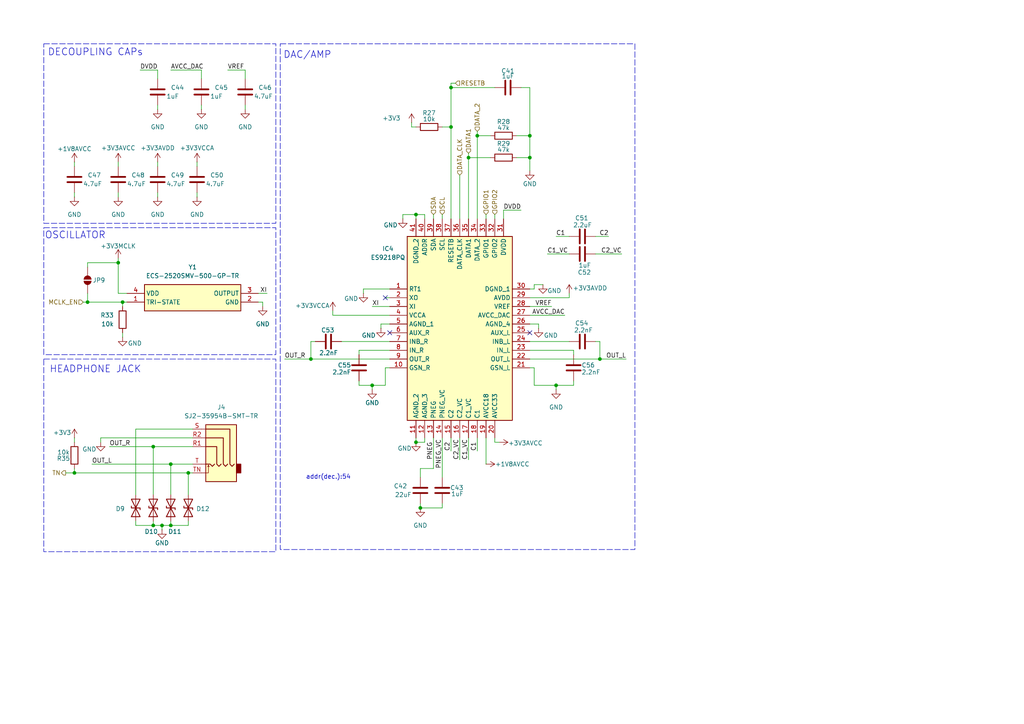
<source format=kicad_sch>
(kicad_sch (version 20250114) (generator "eeschema") (generator_version "9.0")
  (paper "A4")
  (title_block (title "AUDIO"))
  (lib_symbols
    (symbol "Connector_Audio:AudioJack4_SwitchT1"
      (property "Reference" "J" (at 0 11.43 0))
      (property "Value" "AudioJack4_SwitchT1" (at 0 8.89 0))
      (symbol "AudioJack4_SwitchT1_0_1"
        (rectangle (start -7.62 -5.08) (end -8.89 -7.62) (stroke (width 0.254)) (fill (type outline)))
        (rectangle (start 1.27 6.35) (end -7.62 -10.16) (stroke (width 0.254)) (fill (type background)))
        (polyline (pts (xy 1.27 2.54) (xy 2.54 2.54)))
        (polyline (pts (xy 1.27 -5.08) (xy 2.54 -5.08)))
        (polyline (pts (xy 2.54 5.08) (xy 1.27 5.08)))
        (polyline (pts (xy 2.54 0) (xy 1.27 0)))
      )
      (symbol "AudioJack4_SwitchT1_1_1"
        (polyline (pts (xy -3.175 -5.08) (xy -2.54 -5.715) (xy -1.905 -5.08) (xy -1.905 0) (xy 1.27 0)) (stroke (width 0.254)))
        (polyline (pts (xy -1.27 -5.08) (xy -0.635 -5.715) (xy 0 -5.08) (xy 1.27 -5.08)) (stroke (width 0.254)))
        (polyline (pts (xy 0.508 -5.334) (xy 0.762 -5.842)))
        (polyline (pts (xy 1.27 5.08) (xy -5.715 5.08) (xy -5.715 -5.08) (xy -6.35 -5.715) (xy -6.985 -5.08)) (stroke (width 0.254)))
        (polyline (pts (xy 1.27 2.54) (xy -3.81 2.54) (xy -3.81 -5.08) (xy -4.445 -5.715) (xy -5.08 -5.08)) (stroke (width 0.254)))
        (polyline (pts (xy 2.54 -7.62) (xy 0.508 -7.62) (xy 0.508 -5.334) (xy 0.254 -5.842)))
        (pin passive line (at 5.08 5.08 180) (length 2.54) (name "~") (number "S"))
        (pin passive line (at 5.08 2.54 180) (length 2.54) (name "~") (number "R2"))
        (pin passive line (at 5.08 0 180) (length 2.54) (name "~") (number "R1"))
        (pin passive line (at 5.08 -5.08 180) (length 2.54) (name "~") (number "T"))
        (pin passive line (at 5.08 -7.62 180) (length 2.54) (name "~") (number "TN"))
      )
    )
    (symbol "Device:C" (pin_numbers (hide yes)) (pin_names (offset 0.254))
      (property "Reference" "C" (at 0.635 2.54 0))
      (property "Value" "C" (at 0.635 -2.54 0))
      (symbol "C_0_1"
        (polyline (pts (xy -2.032 0.762) (xy 2.032 0.762)) (stroke (width 0.508)))
        (polyline (pts (xy -2.032 -0.762) (xy 2.032 -0.762)) (stroke (width 0.508)))
      )
      (symbol "C_1_1"
        (pin passive line (at 0 3.81 270) (length 2.794) (name "~") (number "1"))
        (pin passive line (at 0 -3.81 90) (length 2.794) (name "~") (number "2"))
      )
    )
    (symbol "Device:D_TVS" (pin_numbers (hide yes)) (pin_names (offset 1.016) (hide yes))
      (property "Reference" "D" (at 0 2.54 0))
      (property "Value" "D_TVS" (at 0 -2.54 0))
      (symbol "D_TVS_0_1"
        (polyline (pts (xy -2.54 1.27) (xy -2.54 -1.27) (xy 2.54 1.27) (xy 2.54 -1.27) (xy -2.54 1.27)) (stroke (width 0.254)))
        (polyline (pts (xy 0.508 1.27) (xy 0 1.27) (xy 0 -1.27) (xy -0.508 -1.27)) (stroke (width 0.254)))
        (polyline (pts (xy 1.27 0) (xy -1.27 0)))
      )
      (symbol "D_TVS_1_1"
        (pin passive line (at -3.81 0 0) (length 2.54) (name "A1") (number "1"))
        (pin passive line (at 3.81 0 180) (length 2.54) (name "A2") (number "2"))
      )
    )
    (symbol "Device:R" (pin_numbers (hide yes)) (pin_names (offset 0))
      (property "Reference" "R" (at 2.032 0 90))
      (property "Value" "R" (at 0 0 90))
      (symbol "R_0_1"
        (rectangle (start -1.016 -2.54) (end 1.016 2.54) (stroke (width 0.254)))
      )
      (symbol "R_1_1"
        (pin passive line (at 0 3.81 270) (length 1.27) (name "~") (number "1"))
        (pin passive line (at 0 -3.81 90) (length 1.27) (name "~") (number "2"))
      )
    )
    (symbol "ECS-2520SMV-500-GP-TR:ECS-2520SMV-500-GP-TR"
      (property "Reference" "Y" (at 34.29 7.62 0))
      (property "Value" "ECS-2520SMV-500-GP-TR" (at 34.29 5.08 0))
      (symbol "ECS-2520SMV-500-GP-TR_1_1"
        (rectangle (start 5.08 2.54) (end 33.02 -5.08) (stroke (width 0.254)) (fill (type background)))
        (pin passive line (at 0 0 0) (length 5.08) (name "VDD") (number "4"))
        (pin passive line (at 0 -2.54 0) (length 5.08) (name "TRI-STATE") (number "1"))
        (pin passive line (at 38.1 0 180) (length 5.08) (name "OUTPUT") (number "3"))
        (pin passive line (at 38.1 -2.54 180) (length 5.08) (name "GND") (number "2"))
      )
    )
    (symbol "ES9218PQ:ES9218PQ"
      (property "Reference" "IC" (at 36.83 20.32 0))
      (property "Value" "ES9218PQ" (at 36.83 17.78 0))
      (symbol "ES9218PQ_1_1"
        (rectangle (start 5.08 15.24) (end 35.56 -38.1) (stroke (width 0.254)) (fill (type background)))
        (pin passive line (at 0 0 0) (length 5.08) (name "RT1") (number "1"))
        (pin passive line (at 0 -2.54 0) (length 5.08) (name "XO") (number "2"))
        (pin passive line (at 0 -5.08 0) (length 5.08) (name "XI") (number "3"))
        (pin passive line (at 0 -7.62 0) (length 5.08) (name "VCCA") (number "4"))
        (pin passive line (at 0 -10.16 0) (length 5.08) (name "AGND_1") (number "5"))
        (pin passive line (at 0 -12.7 0) (length 5.08) (name "AUX_R") (number "6"))
        (pin passive line (at 0 -15.24 0) (length 5.08) (name "INB_R") (number "7"))
        (pin passive line (at 0 -17.78 0) (length 5.08) (name "IN_R") (number "8"))
        (pin passive line (at 0 -20.32 0) (length 5.08) (name "OUT_R") (number "9"))
        (pin passive line (at 0 -22.86 0) (length 5.08) (name "GSN_R") (number "10"))
        (pin passive line (at 7.62 20.32 270) (length 5.08) (name "DGND_2") (number "41"))
        (pin passive line (at 7.62 -43.18 90) (length 5.08) (name "AGND_2") (number "11"))
        (pin passive line (at 10.16 20.32 270) (length 5.08) (name "ADDR") (number "40"))
        (pin passive line (at 10.16 -43.18 90) (length 5.08) (name "AGND_3") (number "12"))
        (pin passive line (at 12.7 20.32 270) (length 5.08) (name "SDA") (number "39"))
        (pin passive line (at 12.7 -43.18 90) (length 5.08) (name "PNEG") (number "13"))
        (pin passive line (at 15.24 20.32 270) (length 5.08) (name "SCL") (number "38"))
        (pin passive line (at 15.24 -43.18 90) (length 5.08) (name "PNEG_VC") (number "14"))
        (pin passive line (at 17.78 20.32 270) (length 5.08) (name "RESETB") (number "37"))
        (pin passive line (at 17.78 -43.18 90) (length 5.08) (name "C2") (number "15"))
        (pin passive line (at 20.32 20.32 270) (length 5.08) (name "DATA_CLK") (number "36"))
        (pin passive line (at 20.32 -43.18 90) (length 5.08) (name "C2_VC") (number "16"))
        (pin passive line (at 22.86 20.32 270) (length 5.08) (name "DATA1") (number "35"))
        (pin passive line (at 22.86 -43.18 90) (length 5.08) (name "C1_VC") (number "17"))
        (pin passive line (at 25.4 20.32 270) (length 5.08) (name "DATA_2") (number "34"))
        (pin passive line (at 25.4 -43.18 90) (length 5.08) (name "C1") (number "18"))
        (pin passive line (at 27.94 20.32 270) (length 5.08) (name "GPIO1") (number "33"))
        (pin passive line (at 27.94 -43.18 90) (length 5.08) (name "AVCC18") (number "19"))
        (pin passive line (at 30.48 20.32 270) (length 5.08) (name "GPIO2") (number "32"))
        (pin passive line (at 30.48 -43.18 90) (length 5.08) (name "AVCC33") (number "20"))
        (pin passive line (at 33.02 20.32 270) (length 5.08) (name "DVDD") (number "31"))
        (pin passive line (at 40.64 0 180) (length 5.08) (name "DGND_1") (number "30"))
        (pin passive line (at 40.64 -2.54 180) (length 5.08) (name "AVDD") (number "29"))
        (pin passive line (at 40.64 -5.08 180) (length 5.08) (name "VREF") (number "28"))
        (pin passive line (at 40.64 -7.62 180) (length 5.08) (name "AVCC_DAC") (number "27"))
        (pin passive line (at 40.64 -10.16 180) (length 5.08) (name "AGND_4") (number "26"))
        (pin passive line (at 40.64 -12.7 180) (length 5.08) (name "AUX_L") (number "25"))
        (pin passive line (at 40.64 -15.24 180) (length 5.08) (name "INB_L") (number "24"))
        (pin passive line (at 40.64 -17.78 180) (length 5.08) (name "IN_L") (number "23"))
        (pin passive line (at 40.64 -20.32 180) (length 5.08) (name "OUT_L") (number "22"))
        (pin passive line (at 40.64 -22.86 180) (length 5.08) (name "GSN_L") (number "21"))
      )
    )
    (symbol "Jumper:SolderJumper_2_Open" (pin_numbers (hide yes)) (pin_names (offset 0) (hide yes)) (in_bom no)
      (property "Reference" "JP" (at 0 2.032 0))
      (property "Value" "SolderJumper_2_Open" (at 0 -2.54 0))
      (symbol "SolderJumper_2_Open_0_1"
        (polyline (pts (xy -0.254 1.016) (xy -0.254 -1.016)))
        (arc (start -0.254 -1.016) (mid -1.2656 0) (end -0.254 1.016))
        (arc (start -0.254 -1.016) (mid -1.2656 0) (end -0.254 1.016) (fill (type outline)))
        (arc (start 0.254 1.016) (mid 1.2656 0) (end 0.254 -1.016))
        (arc (start 0.254 1.016) (mid 1.2656 0) (end 0.254 -1.016) (fill (type outline)))
        (polyline (pts (xy 0.254 1.016) (xy 0.254 -1.016)))
      )
      (symbol "SolderJumper_2_Open_1_1"
        (pin passive line (at -3.81 0 0) (length 2.54) (name "A") (number "1"))
        (pin passive line (at 3.81 0 180) (length 2.54) (name "B") (number "2"))
      )
    )
    (symbol "power:+1V8" (power) (pin_numbers (hide yes)) (pin_names (offset 0) (hide yes))
      (property "Value" "+1V8" (at 0 3.556 0))
      (symbol "+1V8_0_1"
        (polyline (pts (xy -0.762 1.27) (xy 0 2.54)))
        (polyline (pts (xy 0 2.54) (xy 0.762 1.27)))
        (polyline (pts (xy 0 0) (xy 0 2.54)))
      )
      (symbol "+1V8_1_1"
        (pin power_in line (at 0 0 90) (length 0) (name "~") (number "1"))
      )
    )
    (symbol "power:+3V3" (power) (pin_numbers (hide yes)) (pin_names (offset 0) (hide yes))
      (property "Value" "+3V3" (at 0 3.556 0))
      (symbol "+3V3_0_1"
        (polyline (pts (xy -0.762 1.27) (xy 0 2.54)))
        (polyline (pts (xy 0 2.54) (xy 0.762 1.27)))
        (polyline (pts (xy 0 0) (xy 0 2.54)))
      )
      (symbol "+3V3_1_1"
        (pin power_in line (at 0 0 90) (length 0) (name "~") (number "1"))
      )
    )
    (symbol "power:GND" (power) (pin_numbers (hide yes)) (pin_names (offset 0) (hide yes))
      (property "Value" "GND" (at 0 -3.81 0))
      (symbol "GND_0_1"
        (polyline (pts (xy 0 0) (xy 0 -1.27) (xy 1.27 -1.27) (xy 0 -2.54) (xy -1.27 -1.27) (xy 0 -1.27)))
      )
      (symbol "GND_1_1"
        (pin power_in line (at 0 0 270) (length 0) (name "~") (number "1"))
      )
    )
  )
  (rectangle (start 12.7 12.7) (end 80.01 64.77) (stroke (width 0) (type dash)))
  (rectangle (start 12.7 104.14) (end 80.01 160.02) (stroke (width 0) (type dash)))
  (rectangle (start 12.7 66.04) (end 80.01 102.87) (stroke (width 0) (type dash)))
  (rectangle (start 81.28 12.7) (end 184.15 159.385) (stroke (width 0) (type dash)))
  (text "DAC/AMP" (at 89.154 16.002 0) (effects (font (size 2 2))))
  (text "OSCILLATOR" (at 21.844 68.326 0) (effects (font (size 2 2))))
  (text "addr(dec.):54" (at 95.25 138.43 0) (effects (font (size 1.27 1.27))))
  (text "HEADPHONE JACK" (at 27.686 107.188 0) (effects (font (size 2 2))))
  (text "DECOUPLING CAPs" (at 27.686 15.24 0) (effects (font (size 2 2))))
  (junction (at 90.17 104.14))
  (junction (at 135.89 45.72))
  (junction (at 44.45 129.54))
  (junction (at 46.99 152.4))
  (junction (at 130.81 36.83))
  (junction (at 173.99 104.14))
  (junction (at 107.95 111.76))
  (junction (at 25.4 87.63))
  (junction (at 35.56 87.63))
  (junction (at 120.65 62.23))
  (junction (at 121.92 147.32))
  (junction (at 153.67 39.37))
  (junction (at 54.61 137.16))
  (junction (at 153.67 45.72))
  (junction (at 138.43 39.37))
  (junction (at 49.53 152.4))
  (junction (at 161.29 111.76))
  (junction (at 120.65 128.27))
  (junction (at 21.59 137.16))
  (junction (at 34.29 76.2))
  (junction (at 49.53 134.62))
  (junction (at 130.81 25.4))
  (junction (at 44.45 152.4))
  (no_connect (at 111.76 86.36))
  (no_connect (at 113.03 96.52))
  (no_connect (at 153.67 96.52))
  (wire (pts (xy 66.04 20.32) (xy 71.12 20.32)))
  (wire (pts (xy 45.72 20.32) (xy 45.72 22.86)))
  (wire (pts (xy 29.21 127) (xy 55.88 127)))
  (wire (pts (xy 44.45 129.54) (xy 44.45 143.51)))
  (wire (pts (xy 165.1 85.09) (xy 165.1 86.36)))
  (wire (pts (xy 153.67 106.68) (xy 154.94 106.68)))
  (wire (pts (xy 151.13 25.4) (xy 153.67 25.4)))
  (wire (pts (xy 71.12 20.32) (xy 71.12 22.86)))
  (wire (pts (xy 151.13 60.96) (xy 146.05 60.96)))
  (wire (pts (xy 49.53 134.62) (xy 55.88 134.62)))
  (wire (pts (xy 25.4 87.63) (xy 35.56 87.63)))
  (wire (pts (xy 130.81 36.83) (xy 130.81 63.5)))
  (wire (pts (xy 39.37 124.46) (xy 39.37 143.51)))
  (wire (pts (xy 161.29 68.58) (xy 165.1 68.58)))
  (wire (pts (xy 49.53 151.13) (xy 49.53 152.4)))
  (wire (pts (xy 104.14 102.87) (xy 104.14 101.6)))
  (wire (pts (xy 45.72 46.99) (xy 45.72 48.26)))
  (wire (pts (xy 121.92 146.05) (xy 121.92 147.32)))
  (wire (pts (xy 57.15 55.88) (xy 57.15 57.15)))
  (wire (pts (xy 133.35 50.8) (xy 133.35 63.5)))
  (wire (pts (xy 143.51 62.23) (xy 143.51 63.5)))
  (wire (pts (xy 111.76 106.68) (xy 113.03 106.68)))
  (wire (pts (xy 25.4 76.2) (xy 34.29 76.2)))
  (wire (pts (xy 143.51 25.4) (xy 130.81 25.4)))
  (wire (pts (xy 19.05 137.16) (xy 21.59 137.16)))
  (wire (pts (xy 135.89 133.35) (xy 135.89 127)))
  (wire (pts (xy 119.38 36.83) (xy 120.65 36.83)))
  (wire (pts (xy 21.59 46.99) (xy 21.59 48.26)))
  (wire (pts (xy 111.76 106.68) (xy 111.76 111.76)))
  (wire (pts (xy 116.84 62.23) (xy 116.84 63.5)))
  (wire (pts (xy 120.65 128.27) (xy 123.19 128.27)))
  (wire (pts (xy 156.21 93.98) (xy 153.67 93.98)))
  (wire (pts (xy 153.67 45.72) (xy 153.67 49.53)))
  (wire (pts (xy 26.67 134.62) (xy 49.53 134.62)))
  (wire (pts (xy 146.05 60.96) (xy 146.05 63.5)))
  (wire (pts (xy 154.94 83.82) (xy 153.67 83.82)))
  (wire (pts (xy 166.37 110.49) (xy 166.37 111.76)))
  (wire (pts (xy 77.47 85.09) (xy 74.93 85.09)))
  (wire (pts (xy 111.76 86.36) (xy 113.03 86.36)))
  (wire (pts (xy 120.65 127) (xy 120.65 128.27)))
  (wire (pts (xy 34.29 74.93) (xy 34.29 76.2)))
  (wire (pts (xy 39.37 124.46) (xy 55.88 124.46)))
  (wire (pts (xy 105.41 85.09) (xy 105.41 83.82)))
  (wire (pts (xy 163.83 91.44) (xy 153.67 91.44)))
  (wire (pts (xy 82.55 104.14) (xy 90.17 104.14)))
  (wire (pts (xy 21.59 127) (xy 21.59 128.27)))
  (wire (pts (xy 135.89 45.72) (xy 142.24 45.72)))
  (wire (pts (xy 161.29 111.76) (xy 154.94 111.76)))
  (wire (pts (xy 123.19 127) (xy 123.19 128.27)))
  (wire (pts (xy 172.72 68.58) (xy 176.53 68.58)))
  (wire (pts (xy 21.59 135.89) (xy 21.59 137.16)))
  (wire (pts (xy 104.14 111.76) (xy 107.95 111.76)))
  (wire (pts (xy 76.2 88.9) (xy 76.2 87.63)))
  (wire (pts (xy 133.35 133.35) (xy 133.35 127)))
  (wire (pts (xy 123.19 62.23) (xy 120.65 62.23)))
  (wire (pts (xy 21.59 57.15) (xy 21.59 55.88)))
  (wire (pts (xy 45.72 30.48) (xy 45.72 31.75)))
  (wire (pts (xy 44.45 129.54) (xy 55.88 129.54)))
  (wire (pts (xy 44.45 151.13) (xy 44.45 152.4)))
  (wire (pts (xy 25.4 85.09) (xy 25.4 87.63)))
  (wire (pts (xy 49.53 134.62) (xy 49.53 143.51)))
  (wire (pts (xy 39.37 151.13) (xy 39.37 152.4)))
  (wire (pts (xy 71.12 31.75) (xy 71.12 30.48)))
  (wire (pts (xy 121.92 135.89) (xy 121.92 138.43)))
  (wire (pts (xy 120.65 62.23) (xy 120.65 63.5)))
  (wire (pts (xy 76.2 87.63) (xy 74.93 87.63)))
  (wire (pts (xy 104.14 101.6) (xy 113.03 101.6)))
  (wire (pts (xy 90.17 104.14) (xy 113.03 104.14)))
  (wire (pts (xy 130.81 25.4) (xy 130.81 36.83)))
  (wire (pts (xy 121.92 135.89) (xy 125.73 135.89)))
  (wire (pts (xy 138.43 39.37) (xy 142.24 39.37)))
  (wire (pts (xy 125.73 62.23) (xy 125.73 63.5)))
  (wire (pts (xy 54.61 152.4) (xy 54.61 151.13)))
  (wire (pts (xy 130.81 24.13) (xy 132.08 24.13)))
  (wire (pts (xy 166.37 111.76) (xy 161.29 111.76)))
  (wire (pts (xy 156.21 95.25) (xy 156.21 93.98)))
  (wire (pts (xy 154.94 106.68) (xy 154.94 111.76)))
  (wire (pts (xy 158.75 73.66) (xy 165.1 73.66)))
  (wire (pts (xy 58.42 20.32) (xy 58.42 22.86)))
  (wire (pts (xy 125.73 135.89) (xy 125.73 127)))
  (wire (pts (xy 135.89 45.72) (xy 135.89 63.5)))
  (wire (pts (xy 34.29 57.15) (xy 34.29 55.88)))
  (wire (pts (xy 49.53 20.32) (xy 58.42 20.32)))
  (wire (pts (xy 130.81 130.81) (xy 130.81 127)))
  (wire (pts (xy 128.27 127) (xy 128.27 138.43)))
  (wire (pts (xy 161.29 111.76) (xy 161.29 113.03)))
  (wire (pts (xy 21.59 137.16) (xy 54.61 137.16)))
  (wire (pts (xy 128.27 146.05) (xy 128.27 147.32)))
  (wire (pts (xy 154.94 82.55) (xy 157.48 82.55)))
  (wire (pts (xy 120.65 62.23) (xy 116.84 62.23)))
  (wire (pts (xy 96.52 90.17) (xy 96.52 91.44)))
  (wire (pts (xy 143.51 128.27) (xy 144.78 128.27)))
  (wire (pts (xy 119.38 36.83) (xy 119.38 35.56)))
  (wire (pts (xy 34.29 46.99) (xy 34.29 48.26)))
  (wire (pts (xy 58.42 30.48) (xy 58.42 31.75)))
  (wire (pts (xy 29.21 128.27) (xy 29.21 127)))
  (wire (pts (xy 35.56 97.79) (xy 35.56 96.52)))
  (wire (pts (xy 173.99 104.14) (xy 173.99 99.06)))
  (wire (pts (xy 49.53 152.4) (xy 54.61 152.4)))
  (wire (pts (xy 173.99 104.14) (xy 181.61 104.14)))
  (wire (pts (xy 140.97 62.23) (xy 140.97 63.5)))
  (wire (pts (xy 35.56 87.63) (xy 36.83 87.63)))
  (wire (pts (xy 91.44 99.06) (xy 90.17 99.06)))
  (wire (pts (xy 107.95 111.76) (xy 107.95 113.03)))
  (wire (pts (xy 166.37 101.6) (xy 166.37 102.87)))
  (wire (pts (xy 153.67 25.4) (xy 153.67 39.37)))
  (wire (pts (xy 110.49 95.25) (xy 110.49 93.98)))
  (wire (pts (xy 25.4 77.47) (xy 25.4 76.2)))
  (wire (pts (xy 57.15 46.99) (xy 57.15 48.26)))
  (wire (pts (xy 35.56 88.9) (xy 35.56 87.63)))
  (wire (pts (xy 110.49 93.98) (xy 113.03 93.98)))
  (wire (pts (xy 160.02 88.9) (xy 153.67 88.9)))
  (wire (pts (xy 46.99 152.4) (xy 49.53 152.4)))
  (wire (pts (xy 99.06 99.06) (xy 113.03 99.06)))
  (wire (pts (xy 135.89 44.45) (xy 135.89 45.72)))
  (wire (pts (xy 24.13 87.63) (xy 25.4 87.63)))
  (wire (pts (xy 173.99 99.06) (xy 172.72 99.06)))
  (wire (pts (xy 143.51 128.27) (xy 143.51 127)))
  (wire (pts (xy 39.37 152.4) (xy 44.45 152.4)))
  (wire (pts (xy 90.17 99.06) (xy 90.17 104.14)))
  (wire (pts (xy 31.75 129.54) (xy 44.45 129.54)))
  (wire (pts (xy 140.97 134.62) (xy 140.97 127)))
  (wire (pts (xy 153.67 45.72) (xy 153.67 39.37)))
  (wire (pts (xy 138.43 39.37) (xy 138.43 63.5)))
  (wire (pts (xy 34.29 76.2) (xy 34.29 85.09)))
  (wire (pts (xy 46.99 153.67) (xy 46.99 152.4)))
  (wire (pts (xy 128.27 147.32) (xy 121.92 147.32)))
  (wire (pts (xy 149.86 45.72) (xy 153.67 45.72)))
  (wire (pts (xy 165.1 86.36) (xy 153.67 86.36)))
  (wire (pts (xy 128.27 36.83) (xy 130.81 36.83)))
  (wire (pts (xy 34.29 85.09) (xy 36.83 85.09)))
  (wire (pts (xy 138.43 38.1) (xy 138.43 39.37)))
  (wire (pts (xy 44.45 152.4) (xy 46.99 152.4)))
  (wire (pts (xy 153.67 99.06) (xy 165.1 99.06)))
  (wire (pts (xy 153.67 39.37) (xy 149.86 39.37)))
  (wire (pts (xy 54.61 137.16) (xy 55.88 137.16)))
  (wire (pts (xy 153.67 104.14) (xy 173.99 104.14)))
  (wire (pts (xy 154.94 82.55) (xy 154.94 83.82)))
  (wire (pts (xy 54.61 137.16) (xy 54.61 143.51)))
  (wire (pts (xy 96.52 91.44) (xy 113.03 91.44)))
  (wire (pts (xy 104.14 110.49) (xy 104.14 111.76)))
  (wire (pts (xy 153.67 101.6) (xy 166.37 101.6)))
  (wire (pts (xy 107.95 88.9) (xy 113.03 88.9)))
  (wire (pts (xy 138.43 130.81) (xy 138.43 127)))
  (wire (pts (xy 172.72 73.66) (xy 180.34 73.66)))
  (wire (pts (xy 107.95 111.76) (xy 111.76 111.76)))
  (wire (pts (xy 123.19 63.5) (xy 123.19 62.23)))
  (wire (pts (xy 128.27 62.23) (xy 128.27 63.5)))
  (wire (pts (xy 40.64 20.32) (xy 45.72 20.32)))
  (wire (pts (xy 130.81 24.13) (xy 130.81 25.4)))
  (wire (pts (xy 105.41 83.82) (xy 113.03 83.82)))
  (wire (pts (xy 45.72 57.15) (xy 45.72 55.88)))
  (label "C1_VC" (at 135.89 133.35 90))
  (label "OUT_R" (at 82.55 104.14 0))
  (label "PNEG" (at 125.73 133.35 90))
  (label "C2" (at 176.53 68.58 180))
  (label "DVDD" (at 151.13 60.96 180))
  (label "C1_VC" (at 158.75 73.66 0))
  (label "XI" (at 77.47 85.09 180))
  (label "AVCC_DAC" (at 49.53 20.32 0))
  (label "XI" (at 107.95 88.9 0))
  (label "C2_VC" (at 180.34 73.66 180))
  (label "OUT_L" (at 26.67 134.62 0))
  (label "VREF" (at 66.04 20.32 0))
  (label "C2_VC" (at 133.35 133.35 90))
  (label "VREF" (at 160.02 88.9 180))
  (label "OUT_L" (at 181.61 104.14 180))
  (label "OUT_R" (at 31.75 129.54 0))
  (label "C2" (at 130.81 130.81 90))
  (label "AVCC_DAC" (at 163.83 91.44 180))
  (label "C1" (at 138.43 130.81 90))
  (label "C1" (at 161.29 68.58 0))
  (label "PNEG_VC" (at 128.27 135.89 90))
  (label "DVDD" (at 40.64 20.32 0))
  (hierarchical_label "GPIO2" (shape input) (at 143.51 62.23 90))
  (hierarchical_label "SCL" (shape input) (at 128.27 62.23 90))
  (hierarchical_label "DATA1" (shape input) (at 135.89 44.45 90))
  (hierarchical_label "DATA_CLK" (shape input) (at 133.35 50.8 90))
  (hierarchical_label "SDA" (shape input) (at 125.73 62.23 90))
  (hierarchical_label "TN" (shape output) (at 19.05 137.16 180))
  (hierarchical_label "MCLK_EN" (shape input) (at 24.13 87.63 180))
  (hierarchical_label "GPIO1" (shape input) (at 140.97 62.23 90))
  (hierarchical_label "DATA_2" (shape input) (at 138.43 38.1 90))
  (hierarchical_label "RESETB" (shape input) (at 132.08 24.13 0))
  (symbol (lib_id "Device:C") (at 168.91 99.06 90) (unit 1)
    (property "Reference" "C54" (at 170.688 93.726 90) (effects (justify left)))
    (property "Value" "2.2nF" (at 171.958 95.758 90) (effects (justify left)))
    (property "Footprint" "Capacitor_SMD:C_0402_1005Metric" (effects (hide yes)))
    (property "Description" "Unpolarized capacitor" (effects (hide yes)))
    (property "MPN" "CL05B222KB5NNNC" (effects (hide yes)))
  )
  (symbol (lib_id "power:+3V3") (at 57.15 46.99 0) (unit 1)
    (property "Reference" "#PWR078" (effects (hide yes)))
    (property "Value" "+3V3VCCA" (at 57.15 42.926 0))
    (property "Description" "Power symbol creates a global label with name \"+3V3\"" (effects (hide yes)))
  )
  (symbol (lib_id "Jumper:SolderJumper_2_Open") (at 25.4 81.28 90) (mirror x) (unit 1) (in_bom no)
    (property "Reference" "JP9" (at 28.702 81.28 90))
    (property "Value" "SolderJumper_2_Open" (effects (hide yes)))
    (property "Footprint" "Jumper:SolderJumper-2_P1.3mm_Open_RoundedPad1.0x1.5mm" (effects (hide yes)))
    (property "Description" "Solder Jumper, 2-pole, open" (effects (hide yes)))
  )
  (symbol (lib_id "Device:C") (at 104.14 106.68 0) (mirror x) (unit 1)
    (property "Reference" "C55" (at 101.854 105.918 0) (effects (justify right)))
    (property "Value" "2.2nF" (at 101.854 107.95 0) (effects (justify right)))
    (property "Footprint" "Capacitor_SMD:C_0402_1005Metric" (effects (hide yes)))
    (property "Description" "Unpolarized capacitor" (effects (hide yes)))
    (property "MPN" "CL05B222KB5NNNC" (effects (hide yes)))
  )
  (symbol (lib_id "power:GND") (at 45.72 57.15 0) (unit 1)
    (property "Reference" "#PWR082" (effects (hide yes)))
    (property "Value" "GND" (at 45.72 62.23 0))
    (property "Description" "Power symbol creates a global label with name \"GND\" , ground" (effects (hide yes)))
  )
  (symbol (lib_id "Device:R") (at 146.05 39.37 90) (unit 1)
    (property "Reference" "R28" (at 146.05 35.306 90))
    (property "Value" "47k" (at 146.05 37.084 90))
    (property "Footprint" "Resistor_SMD:R_0402_1005Metric" (effects (hide yes)))
    (property "Description" "Resistor" (effects (hide yes)))
    (property "MPN" "RC0402FR-0747KL" (effects (hide yes)))
  )
  (symbol (lib_id "Device:D_TVS") (at 39.37 147.32 90) (unit 1)
    (property "Reference" "D9" (at 33.528 147.574 90) (effects (justify right)))
    (property "Value" "D_TVS" (effects (hide yes)))
    (property "Footprint" "CD0201-T2.0LC:CD0201T20LC" (effects (hide yes)))
    (property "Description" "Bidirectional transient-voltage-suppression diode" (effects (hide yes)))
    (property "MPN" " CD0201-T2.0LC " (effects (hide yes)))
  )
  (symbol (lib_id "Device:C") (at 128.27 142.24 0) (unit 1)
    (property "Reference" "C43" (at 130.556 141.478 0) (effects (justify left)))
    (property "Value" "1uF" (at 130.81 143.256 0) (effects (justify left)))
    (property "Footprint" "Capacitor_SMD:C_0402_1005Metric" (effects (hide yes)))
    (property "Description" "Unpolarized capacitor" (effects (hide yes)))
    (property "MPN" "CL05A105KO5NNNC" (effects (hide yes)))
  )
  (symbol (lib_id "Device:C") (at 45.72 26.67 0) (unit 1)
    (property "Reference" "C44" (at 49.53 25.3999 0) (effects (justify left)))
    (property "Value" "1uF" (at 48.26 27.94 0) (effects (justify left)))
    (property "Footprint" "Capacitor_SMD:C_0402_1005Metric" (effects (hide yes)))
    (property "Description" "Unpolarized capacitor" (effects (hide yes)))
    (property "MPN" "CL05A105KO5NNNC" (effects (hide yes)))
  )
  (symbol (lib_id "Device:C") (at 168.91 73.66 90) (mirror x) (unit 1)
    (property "Reference" "C52" (at 171.45 78.994 90) (effects (justify left)))
    (property "Value" "1uF" (at 171.45 76.962 90) (effects (justify left)))
    (property "Footprint" "Capacitor_SMD:C_0402_1005Metric" (effects (hide yes)))
    (property "Description" "Unpolarized capacitor" (effects (hide yes)))
    (property "MPN" "CL05A105KO5NNNC" (effects (hide yes)))
  )
  (symbol (lib_id "power:GND") (at 71.12 31.75 0) (unit 1)
    (property "Reference" "#PWR073" (effects (hide yes)))
    (property "Value" "GND" (at 71.12 36.83 0))
    (property "Description" "Power symbol creates a global label with name \"GND\" , ground" (effects (hide yes)))
  )
  (symbol (lib_id "Device:C") (at 58.42 26.67 0) (unit 1)
    (property "Reference" "C45" (at 62.23 25.3999 0) (effects (justify left)))
    (property "Value" "1uF" (at 60.96 27.94 0) (effects (justify left)))
    (property "Footprint" "Capacitor_SMD:C_0402_1005Metric" (effects (hide yes)))
    (property "Description" "Unpolarized capacitor" (effects (hide yes)))
    (property "MPN" "CL05A105KO5NNNC" (effects (hide yes)))
  )
  (symbol (lib_id "Device:R") (at 21.59 132.08 180) (unit 1)
    (property "Reference" "R35" (at 18.415 132.969 0))
    (property "Value" "10k" (at 18.415 131.191 0))
    (property "Footprint" "Resistor_SMD:R_0402_1005Metric" (effects (hide yes)))
    (property "Description" "Resistor" (effects (hide yes)))
    (property "MPN" "CRCW040210K0FKED" (effects (hide yes)))
  )
  (symbol (lib_id "Device:R") (at 146.05 45.72 90) (unit 1)
    (property "Reference" "R29" (at 146.05 41.656 90))
    (property "Value" "47k" (at 146.05 43.434 90))
    (property "Footprint" "Resistor_SMD:R_0402_1005Metric" (effects (hide yes)))
    (property "Description" "Resistor" (effects (hide yes)))
    (property "MPN" "RC0402FR-0747KL" (effects (hide yes)))
  )
  (symbol (lib_id "Device:C") (at 147.32 25.4 270) (mirror x) (unit 1)
    (property "Reference" "C41" (at 147.32 20.574 90))
    (property "Value" "1uF" (at 147.32 22.098 90))
    (property "Footprint" "Capacitor_SMD:C_0402_1005Metric" (effects (hide yes)))
    (property "Description" "Unpolarized capacitor" (effects (hide yes)))
    (property "MPN" "CL05A105KO5NNNC" (effects (hide yes)))
  )
  (symbol (lib_id "Device:C") (at 166.37 106.68 180) (unit 1)
    (property "Reference" "C56" (at 168.656 105.918 0) (effects (justify right)))
    (property "Value" "2.2nF" (at 168.656 107.95 0) (effects (justify right)))
    (property "Footprint" "Capacitor_SMD:C_0402_1005Metric" (effects (hide yes)))
    (property "Description" "Unpolarized capacitor" (effects (hide yes)))
    (property "MPN" "CL05B222KB5NNNC" (effects (hide yes)))
  )
  (symbol (lib_id "Device:C") (at 45.72 52.07 0) (unit 1)
    (property "Reference" "C49" (at 49.53 50.7999 0) (effects (justify left)))
    (property "Value" "4.7uF" (at 48.26 53.34 0) (effects (justify left)))
    (property "Footprint" "Capacitor_SMD:C_0402_1005Metric" (effects (hide yes)))
    (property "Description" "Unpolarized capacitor" (effects (hide yes)))
    (property "MPN" "CL05A475KP5NRNC" (effects (hide yes)))
  )
  (symbol (lib_id "power:+1V8") (at 21.59 46.99 0) (unit 1)
    (property "Reference" "#PWR075" (effects (hide yes)))
    (property "Value" "+1V8AVCC" (at 21.59 43.18 0))
    (property "Description" "Power symbol creates a global label with name \"+1V8\"" (effects (hide yes)))
  )
  (symbol (lib_id "Connector_Audio:AudioJack4_SwitchT1") (at 60.96 129.54 0) (mirror y) (unit 1)
    (property "Reference" "J4" (at 64.1985 118.11 0))
    (property "Value" "SJ2-35954B-SMT-TR" (at 64.1985 120.65 0))
    (property "Footprint" "SJ2-35954B-SMT-TR:CUI_SJ2-35954B-SMT-TR" (effects (hide yes)))
    (property "Description" "Audio Jack, 4 Poles (Stereo / TRRS), Switched T1 Pole (Normalling)" (effects (hide yes)))
    (property "MPN" " SJ2-35954B-SMT-TR " (effects (hide yes)))
  )
  (symbol (lib_id "Device:C") (at 21.59 52.07 0) (unit 1)
    (property "Reference" "C47" (at 25.4 50.7999 0) (effects (justify left)))
    (property "Value" "4.7uF" (at 24.13 53.34 0) (effects (justify left)))
    (property "Footprint" "Capacitor_SMD:C_0402_1005Metric" (effects (hide yes)))
    (property "Description" "Unpolarized capacitor" (effects (hide yes)))
    (property "MPN" "CL05A475KP5NRNC" (effects (hide yes)))
  )
  (symbol (lib_id "ECS-2520SMV-500-GP-TR:ECS-2520SMV-500-GP-TR") (at 36.83 85.09 0) (unit 1)
    (property "Reference" "Y1" (at 55.88 77.47 0))
    (property "Value" "ECS-2520SMV-500-GP-TR" (at 55.88 80.01 0))
    (property "Footprint" "ECS-2520SMV-500-GP-TR:ECS2520SMV500GPTR" (effects (hide yes)))
    (property "Datasheet" "https://eu.mouser.com/datasheet/2/122/ECS_2520SMV-1628252.pdf" (effects (hide yes)))
    (property "Description" "Standard Clock Oscillators 50.000 MHz MultiVolt 1.62 3.63 V +/-5ppm -40 +105 C 4-SMD 2.5 X 2.0 mm RoHS" (effects (hide yes)))
    (property "Height" "0.9" (effects (hide yes)))
    (property "Manufacturer_Name" "ECS" (effects (hide yes)))
    (property "Arrow Part Number" "ECS-2520SMV-500-GP-TR" (effects (hide yes)))
    (property "Arrow Price/Stock" "https://www.arrow.com/en/products/ecs-2520smv-500-gp-tr/ecs-international?region=nac" (effects (hide yes)))
    (property "MPN" "ECS-2520SMV-500-GP-TR" (effects (hide yes)))
  )
  (symbol (lib_id "power:GND") (at 35.56 97.79 0) (mirror y) (unit 1)
    (property "Reference" "#PWR093" (effects (hide yes)))
    (property "Value" "GND" (at 39.116 99.568 0))
    (property "Description" "Power symbol creates a global label with name \"GND\" , ground" (effects (hide yes)))
  )
  (symbol (lib_id "power:GND") (at 105.41 85.09 0) (mirror y) (unit 1)
    (property "Reference" "#PWR086" (effects (hide yes)))
    (property "Value" "GND" (at 101.854 86.614 0))
    (property "Description" "Power symbol creates a global label with name \"GND\" , ground" (effects (hide yes)))
  )
  (symbol (lib_id "power:GND") (at 161.29 113.03 0) (unit 1)
    (property "Reference" "#PWR095" (effects (hide yes)))
    (property "Value" "GND" (at 161.29 118.11 0))
    (property "Description" "Power symbol creates a global label with name \"GND\" , ground" (effects (hide yes)))
  )
  (symbol (lib_id "ES9218PQ:ES9218PQ") (at 113.03 83.82 0) (unit 1)
    (property "Reference" "IC4" (at 112.522 72.136 0))
    (property "Value" "ES9218PQ" (at 112.522 74.676 0))
    (property "Footprint" "ES9218PQ:QFN40P500X500X80-41N-D" (effects (hide yes)))
    (property "Datasheet" "https://eu.mouser.com/datasheet/2/1082/ES9218P_Datasheet_v1_8-2933526.pdf" (effects (hide yes)))
    (property "Description" "Audio D/A Converter ICs Sabre 32 2V rms Integrated Stereo QUAD DAC /HPA/Switch" (effects (hide yes)))
    (property "Height" "0.8" (effects (hide yes)))
    (property "Manufacturer_Name" "ESS Technology" (effects (hide yes)))
    (property "MPN" "ES9218PQ" (effects (hide yes)))
  )
  (symbol (lib_id "Device:C") (at 57.15 52.07 0) (unit 1)
    (property "Reference" "C50" (at 60.96 50.7999 0) (effects (justify left)))
    (property "Value" "4.7uF" (at 59.69 53.34 0) (effects (justify left)))
    (property "Footprint" "Capacitor_SMD:C_0402_1005Metric" (effects (hide yes)))
    (property "Description" "Unpolarized capacitor" (effects (hide yes)))
    (property "MPN" "CL05A475KP5NRNC" (effects (hide yes)))
  )
  (symbol (lib_id "power:GND") (at 46.99 153.67 0) (unit 1)
    (property "Reference" "#PWR0102" (effects (hide yes)))
    (property "Value" "GND" (at 46.99 157.48 0))
    (property "Description" "Power symbol creates a global label with name \"GND\" , ground" (effects (hide yes)))
  )
  (symbol (lib_id "Device:R") (at 124.46 36.83 90) (unit 1)
    (property "Reference" "R27" (at 124.46 32.766 90))
    (property "Value" "10k" (at 124.46 34.544 90))
    (property "Footprint" "Resistor_SMD:R_0402_1005Metric" (effects (hide yes)))
    (property "Description" "Resistor" (effects (hide yes)))
    (property "MPN" "CRCW040210K0FKED" (effects (hide yes)))
  )
  (symbol (lib_id "Device:C") (at 168.91 68.58 90) (unit 1)
    (property "Reference" "C51" (at 170.688 63.246 90) (effects (justify left)))
    (property "Value" "2.2uF" (at 171.704 65.278 90) (effects (justify left)))
    (property "Footprint" "Capacitor_SMD:C_0402_1005Metric" (effects (hide yes)))
    (property "Description" "Unpolarized capacitor" (effects (hide yes)))
    (property "MPN" "CL05A225KO5NQNC" (effects (hide yes)))
  )
  (symbol (lib_id "power:+1V8") (at 119.38 35.56 0) (unit 1)
    (property "Reference" "#PWR074" (effects (hide yes)))
    (property "Value" "+3V3" (at 113.538 34.29 0))
    (property "Description" "Power symbol creates a global label with name \"+1V8\"" (effects (hide yes)))
  )
  (symbol (lib_id "power:GND") (at 21.59 57.15 0) (unit 1)
    (property "Reference" "#PWR080" (effects (hide yes)))
    (property "Value" "GND" (at 21.59 62.23 0))
    (property "Description" "Power symbol creates a global label with name \"GND\" , ground" (effects (hide yes)))
  )
  (symbol (lib_id "Device:D_TVS") (at 44.45 147.32 90) (unit 1)
    (property "Reference" "D10" (at 41.91 154.178 90) (effects (justify right)))
    (property "Value" "D_TVS" (effects (hide yes)))
    (property "Footprint" "CD0201-T2.0LC:CD0201T20LC" (effects (hide yes)))
    (property "Description" "Bidirectional transient-voltage-suppression diode" (effects (hide yes)))
    (property "MPN" " CD0201-T2.0LC " (effects (hide yes)))
  )
  (symbol (lib_id "Device:D_TVS") (at 49.53 147.32 90) (unit 1)
    (property "Reference" "D11" (at 48.768 154.178 90) (effects (justify right)))
    (property "Value" "D_TVS" (effects (hide yes)))
    (property "Footprint" "CD0201-T2.0LC:CD0201T20LC" (effects (hide yes)))
    (property "Description" "Bidirectional transient-voltage-suppression diode" (effects (hide yes)))
    (property "MPN" " CD0201-T2.0LC " (effects (hide yes)))
  )
  (symbol (lib_id "power:GND") (at 58.42 31.75 0) (unit 1)
    (property "Reference" "#PWR072" (effects (hide yes)))
    (property "Value" "GND" (at 58.42 36.83 0))
    (property "Description" "Power symbol creates a global label with name \"GND\" , ground" (effects (hide yes)))
  )
  (symbol (lib_id "power:GND") (at 45.72 31.75 0) (unit 1)
    (property "Reference" "#PWR071" (effects (hide yes)))
    (property "Value" "GND" (at 45.72 36.83 0))
    (property "Description" "Power symbol creates a global label with name \"GND\" , ground" (effects (hide yes)))
  )
  (symbol (lib_id "power:+1V8") (at 165.1 85.09 0) (unit 1)
    (property "Reference" "#PWR088" (effects (hide yes)))
    (property "Value" "+3V3AVDD" (at 166.116 83.566 0) (effects (justify left)))
    (property "Description" "Power symbol creates a global label with name \"+1V8\"" (effects (hide yes)))
  )
  (symbol (lib_id "power:GND") (at 107.95 113.03 0) (unit 1)
    (property "Reference" "#PWR094" (effects (hide yes)))
    (property "Value" "GND" (at 107.95 116.84 0))
    (property "Description" "Power symbol creates a global label with name \"GND\" , ground" (effects (hide yes)))
  )
  (symbol (lib_id "power:GND") (at 153.67 49.53 0) (unit 1)
    (property "Reference" "#PWR079" (effects (hide yes)))
    (property "Value" "GND" (at 153.67 53.34 0))
    (property "Description" "Power symbol creates a global label with name \"GND\" , ground" (effects (hide yes)))
  )
  (symbol (lib_id "Device:R") (at 35.56 92.71 0) (mirror y) (unit 1)
    (property "Reference" "R33" (at 33.02 91.4399 0) (effects (justify left)))
    (property "Value" "10k" (at 33.02 93.9799 0) (effects (justify left)))
    (property "Footprint" "Resistor_SMD:R_0402_1005Metric" (effects (hide yes)))
    (property "Description" "Resistor" (effects (hide yes)))
    (property "MPN" "CRCW040210K0FKED" (effects (hide yes)))
  )
  (symbol (lib_id "power:+1V8") (at 140.97 134.62 270) (unit 1)
    (property "Reference" "#PWR0101" (effects (hide yes)))
    (property "Value" "+1V8AVCC" (at 148.59 134.62 90))
    (property "Description" "Power symbol creates a global label with name \"+1V8\"" (effects (hide yes)))
  )
  (symbol (lib_id "power:GND") (at 116.84 63.5 0) (unit 1)
    (property "Reference" "#PWR084" (effects (hide yes)))
    (property "Value" "GND" (at 113.284 65.278 0))
    (property "Description" "Power symbol creates a global label with name \"GND\" , ground" (effects (hide yes)))
  )
  (symbol (lib_id "power:GND") (at 29.21 128.27 0) (unit 1)
    (property "Reference" "#PWR098" (effects (hide yes)))
    (property "Value" "GND" (at 25.908 130.302 0))
    (property "Description" "Power symbol creates a global label with name \"GND\" , ground" (effects (hide yes)))
  )
  (symbol (lib_id "power:+3V3") (at 96.52 90.17 0) (unit 1)
    (property "Reference" "#PWR090" (effects (hide yes)))
    (property "Value" "+3V3VCCA" (at 85.598 88.646 0) (effects (justify left)))
    (property "Description" "Power symbol creates a global label with name \"+3V3\"" (effects (hide yes)))
  )
  (symbol (lib_id "power:GND") (at 34.29 57.15 0) (unit 1)
    (property "Reference" "#PWR081" (effects (hide yes)))
    (property "Value" "GND" (at 34.29 62.23 0))
    (property "Description" "Power symbol creates a global label with name \"GND\" , ground" (effects (hide yes)))
  )
  (symbol (lib_id "power:GND") (at 120.65 128.27 0) (unit 1)
    (property "Reference" "#PWR070" (effects (hide yes)))
    (property "Value" "GND" (at 117.348 130.048 0))
    (property "Description" "Power symbol creates a global label with name \"GND\" , ground" (effects (hide yes)))
  )
  (symbol (lib_id "power:GND") (at 156.21 95.25 0) (unit 1)
    (property "Reference" "#PWR092" (effects (hide yes)))
    (property "Value" "GND" (at 159.766 97.282 0))
    (property "Description" "Power symbol creates a global label with name \"GND\" , ground" (effects (hide yes)))
  )
  (symbol (lib_id "Device:C") (at 71.12 26.67 0) (unit 1)
    (property "Reference" "C46" (at 74.93 25.3999 0) (effects (justify left)))
    (property "Value" "4.7uF" (at 73.66 27.94 0) (effects (justify left)))
    (property "Footprint" "Capacitor_SMD:C_0402_1005Metric" (effects (hide yes)))
    (property "Description" "Unpolarized capacitor" (effects (hide yes)))
    (property "MPN" "CL05A475KP5NRNC" (effects (hide yes)))
  )
  (symbol (lib_id "power:GND") (at 157.48 82.55 0) (unit 1)
    (property "Reference" "#PWR087" (effects (hide yes)))
    (property "Value" "GND" (at 160.782 84.328 0))
    (property "Description" "Power symbol creates a global label with name \"GND\" , ground" (effects (hide yes)))
  )
  (symbol (lib_id "power:GND") (at 110.49 95.25 0) (mirror y) (unit 1)
    (property "Reference" "#PWR091" (effects (hide yes)))
    (property "Value" "GND" (at 106.934 97.282 0))
    (property "Description" "Power symbol creates a global label with name \"GND\" , ground" (effects (hide yes)))
  )
  (symbol (lib_id "power:GND") (at 76.2 88.9 0) (unit 1)
    (property "Reference" "#PWR089" (effects (hide yes)))
    (property "Value" "GND" (at 76.2 93.98 0))
    (property "Description" "Power symbol creates a global label with name \"GND\" , ground" (effects (hide yes)))
  )
  (symbol (lib_id "Device:C") (at 95.25 99.06 90) (mirror x) (unit 1)
    (property "Reference" "C53" (at 97.028 95.758 90) (effects (justify left)))
    (property "Value" "2.2nF" (at 98.044 102.362 90) (effects (justify left)))
    (property "Footprint" "Capacitor_SMD:C_0402_1005Metric" (effects (hide yes)))
    (property "Description" "Unpolarized capacitor" (effects (hide yes)))
    (property "MPN" "CL05B222KB5NNNC" (effects (hide yes)))
  )
  (symbol (lib_id "Device:D_TVS") (at 54.61 147.32 90) (unit 1)
    (property "Reference" "D12" (at 56.896 147.574 90) (effects (justify right)))
    (property "Value" "D_TVS" (effects (hide yes)))
    (property "Footprint" "CD0201-T2.0LC:CD0201T20LC" (effects (hide yes)))
    (property "Description" "Bidirectional transient-voltage-suppression diode" (effects (hide yes)))
    (property "MPN" " CD0201-T2.0LC " (effects (hide yes)))
  )
  (symbol (lib_id "power:+1V8") (at 45.72 46.99 0) (unit 1)
    (property "Reference" "#PWR077" (effects (hide yes)))
    (property "Value" "+3V3AVDD" (at 45.72 42.926 0))
    (property "Description" "Power symbol creates a global label with name \"+1V8\"" (effects (hide yes)))
  )
  (symbol (lib_id "power:GND") (at 57.15 57.15 0) (unit 1)
    (property "Reference" "#PWR083" (effects (hide yes)))
    (property "Value" "GND" (at 57.15 62.23 0))
    (property "Description" "Power symbol creates a global label with name \"GND\" , ground" (effects (hide yes)))
  )
  (symbol (lib_id "power:GND") (at 121.92 147.32 0) (unit 1)
    (property "Reference" "#PWR069" (effects (hide yes)))
    (property "Value" "GND" (at 121.92 152.4 0))
    (property "Description" "Power symbol creates a global label with name \"GND\" , ground" (effects (hide yes)))
  )
  (symbol (lib_id "Device:C") (at 121.92 142.24 0) (mirror y) (unit 1)
    (property "Reference" "C42" (at 118.11 140.9699 0) (effects (justify left)))
    (property "Value" "22uF" (at 119.38 143.51 0) (effects (justify left)))
    (property "Footprint" "Capacitor_SMD:C_0603_1608Metric" (effects (hide yes)))
    (property "Description" "Unpolarized capacitor" (effects (hide yes)))
    (property "MPN" "CL10A226MQ8NRNC" (effects (hide yes)))
  )
  (symbol (lib_id "power:+1V8") (at 34.29 46.99 0) (unit 1)
    (property "Reference" "#PWR076" (effects (hide yes)))
    (property "Value" "+3V3AVCC" (at 34.29 42.926 0))
    (property "Description" "Power symbol creates a global label with name \"+1V8\"" (effects (hide yes)))
  )
  (symbol (lib_id "power:+3V3") (at 34.29 74.93 0) (unit 1)
    (property "Reference" "#PWR085" (effects (hide yes)))
    (property "Value" "+3V3MCLK" (at 34.29 71.374 0))
    (property "Description" "Power symbol creates a global label with name \"+3V3\"" (effects (hide yes)))
  )
  (symbol (lib_id "power:+3V3") (at 21.59 127 0) (unit 1)
    (property "Reference" "#PWR097" (effects (hide yes)))
    (property "Value" "+3V3" (at 18.034 125.476 0))
    (property "Description" "Power symbol creates a global label with name \"+3V3\"" (effects (hide yes)))
  )
  (symbol (lib_id "Device:C") (at 34.29 52.07 0) (unit 1)
    (property "Reference" "C48" (at 38.1 50.7999 0) (effects (justify left)))
    (property "Value" "4.7uF" (at 36.83 53.34 0) (effects (justify left)))
    (property "Footprint" "Capacitor_SMD:C_0402_1005Metric" (effects (hide yes)))
    (property "Description" "Unpolarized capacitor" (effects (hide yes)))
    (property "MPN" "CL05A475KP5NRNC" (effects (hide yes)))
  )
  (symbol (lib_id "power:+1V8") (at 144.78 128.27 270) (unit 1)
    (property "Reference" "#PWR0100" (effects (hide yes)))
    (property "Value" "+3V3AVCC" (at 152.4 128.524 90))
    (property "Description" "Power symbol creates a global label with name \"+1V8\"" (effects (hide yes)))
  )
)
</source>
